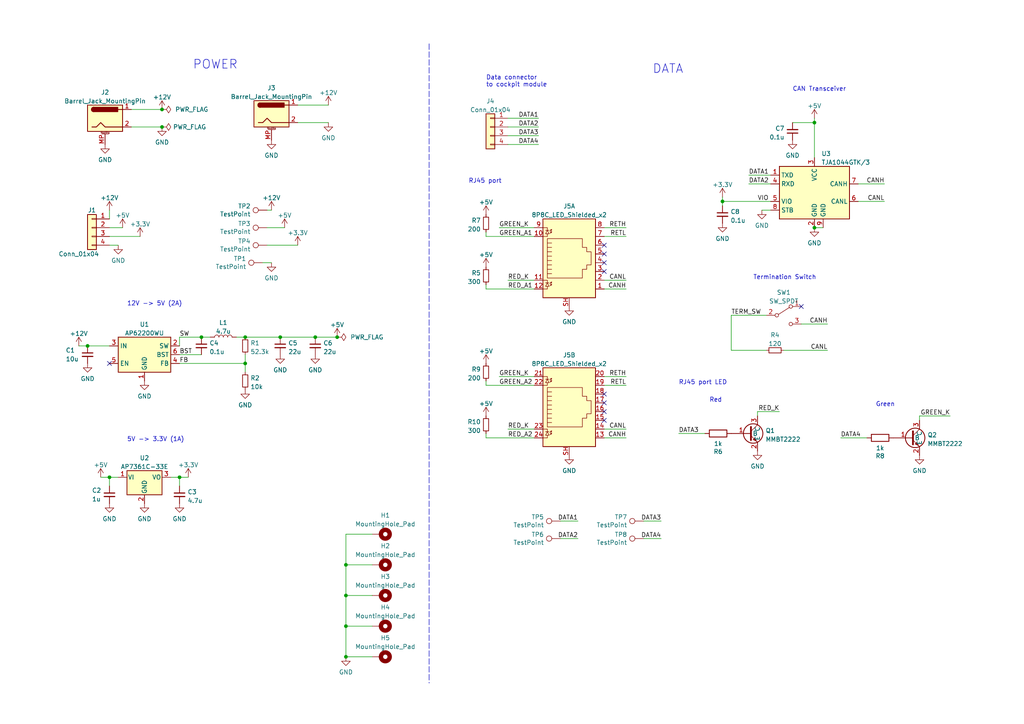
<source format=kicad_sch>
(kicad_sch (version 20211123) (generator eeschema)
  (paper "A4")
  (title_block (title "Power Board") (rev "1.0") (company "Alex's Cockpit") (comment 1 "CC BY-NC-SA"))
  (lib_symbols
    (symbol "Connector:8P8C_LED_Shielded_x2"
      (property "Reference" "J" (at -5.08 13.97 0))
      (property "Value" "8P8C_LED_Shielded_x2" (at 1.27 13.97 0))
      (symbol "8P8C_LED_Shielded_x2_0_1"
        (polyline (pts (xy -7.62 -7.62) (xy -6.35 -7.62)))
        (polyline (pts (xy -7.62 -5.08) (xy -6.35 -5.08)))
        (polyline (pts (xy -7.62 7.62) (xy -6.35 7.62)))
        (polyline (pts (xy -7.62 10.16) (xy -6.35 10.16)))
        (polyline (pts (xy -6.858 -5.842) (xy -5.842 -5.842)))
        (polyline (pts (xy -6.858 9.398) (xy -5.842 9.398)))
        (polyline (pts (xy -6.35 -7.62) (xy -6.35 -6.858)))
        (polyline (pts (xy -6.35 -5.08) (xy -6.35 -5.842)))
        (polyline (pts (xy -6.35 7.62) (xy -6.35 8.382)))
        (polyline (pts (xy -6.35 10.16) (xy -6.35 9.398)))
        (polyline (pts (xy -5.08 -6.223) (xy -5.207 -6.604)))
        (polyline (pts (xy -5.08 -5.588) (xy -5.207 -5.969)))
        (polyline (pts (xy -5.08 4.445) (xy -6.35 4.445)))
        (polyline (pts (xy -5.08 5.715) (xy -6.35 5.715)))
        (polyline (pts (xy -5.08 9.017) (xy -5.207 8.636)))
        (polyline (pts (xy -5.08 9.652) (xy -5.207 9.271)))
        (polyline (pts (xy -6.35 -3.175) (xy -5.08 -3.175) (xy -5.08 -3.175)))
        (polyline (pts (xy -6.35 -1.905) (xy -5.08 -1.905) (xy -5.08 -1.905)))
        (polyline (pts (xy -6.35 -0.635) (xy -5.08 -0.635) (xy -5.08 -0.635)))
        (polyline (pts (xy -6.35 0.635) (xy -5.08 0.635) (xy -5.08 0.635)))
        (polyline (pts (xy -6.35 1.905) (xy -5.08 1.905) (xy -5.08 1.905)))
        (polyline (pts (xy -5.588 -6.731) (xy -5.08 -6.223) (xy -5.461 -6.35)))
        (polyline (pts (xy -5.588 -6.096) (xy -5.08 -5.588) (xy -5.461 -5.715)))
        (polyline (pts (xy -5.588 8.509) (xy -5.08 9.017) (xy -5.461 8.89)))
        (polyline (pts (xy -5.588 9.144) (xy -5.08 9.652) (xy -5.461 9.525)))
        (polyline (pts (xy -5.08 3.175) (xy -6.35 3.175) (xy -6.35 3.175)))
        (polyline (pts (xy -6.35 -5.842) (xy -6.858 -6.858) (xy -5.842 -6.858) (xy -6.35 -5.842)))
        (polyline (pts (xy -6.35 9.398) (xy -6.858 8.382) (xy -5.842 8.382) (xy -6.35 9.398)))
        (polyline (pts (xy -6.35 -4.445) (xy -6.35 6.985) (xy 3.81 6.985) (xy 3.81 4.445) (xy 5.08 4.445) (xy 5.08 3.175) (xy 6.35 3.175) (xy 6.35 -0.635) (xy 5.08 -0.635) (xy 5.08 -1.905) (xy 3.81 -1.905) (xy 3.81 -4.445) (xy -6.35 -4.445) (xy -6.35 -4.445)))
        (rectangle (start 7.62 12.7) (end -7.62 -10.16) (stroke (width 0.254)) (fill (type background)))
      )
      (symbol "8P8C_LED_Shielded_x2_1_1"
        (pin passive line (at 10.16 -7.62 180) (length 2.54) (name "~") (number "1"))
        (pin passive line (at -10.16 7.62 0) (length 2.54) (name "~") (number "10"))
        (pin passive line (at -10.16 -5.08 0) (length 2.54) (name "~") (number "11"))
        (pin passive line (at -10.16 -7.62 0) (length 2.54) (name "~") (number "12"))
        (pin passive line (at 10.16 -5.08 180) (length 2.54) (name "~") (number "2"))
        (pin passive line (at 10.16 -2.54 180) (length 2.54) (name "~") (number "3"))
        (pin passive line (at 10.16 0 180) (length 2.54) (name "~") (number "4"))
        (pin passive line (at 10.16 2.54 180) (length 2.54) (name "~") (number "5"))
        (pin passive line (at 10.16 5.08 180) (length 2.54) (name "~") (number "6"))
        (pin passive line (at 10.16 7.62 180) (length 2.54) (name "~") (number "7"))
        (pin passive line (at 10.16 10.16 180) (length 2.54) (name "~") (number "8"))
        (pin passive line (at -10.16 10.16 0) (length 2.54) (name "~") (number "9"))
        (pin passive line (at 0 -12.7 90) (length 2.54) (name "~") (number "SH"))
      )
      (symbol "8P8C_LED_Shielded_x2_2_1"
        (pin passive line (at 10.16 -7.62 180) (length 2.54) (name "~") (number "13"))
        (pin passive line (at 10.16 -5.08 180) (length 2.54) (name "~") (number "14"))
        (pin passive line (at 10.16 -2.54 180) (length 2.54) (name "~") (number "15"))
        (pin passive line (at 10.16 0 180) (length 2.54) (name "~") (number "16"))
        (pin passive line (at 10.16 2.54 180) (length 2.54) (name "~") (number "17"))
        (pin passive line (at 10.16 5.08 180) (length 2.54) (name "~") (number "18"))
        (pin passive line (at 10.16 7.62 180) (length 2.54) (name "~") (number "19"))
        (pin passive line (at 10.16 10.16 180) (length 2.54) (name "~") (number "20"))
        (pin passive line (at -10.16 10.16 0) (length 2.54) (name "~") (number "21"))
        (pin passive line (at -10.16 7.62 0) (length 2.54) (name "~") (number "22"))
        (pin passive line (at -10.16 -5.08 0) (length 2.54) (name "~") (number "23"))
        (pin passive line (at -10.16 -7.62 0) (length 2.54) (name "~") (number "24"))
        (pin passive line (at 0 -12.7 90) (length 2.54) (name "~") (number "SH"))
      )
    )
    (symbol "Connector:Barrel_Jack_MountingPin" (pin_names hide)
      (property "Reference" "J" (at 0 5.334 0))
      (property "Value" "Barrel_Jack_MountingPin" (at 1.27 -6.35 0))
      (symbol "Barrel_Jack_MountingPin_0_1"
        (rectangle (start -5.08 3.81) (end 5.08 -3.81) (stroke (width 0.254)) (fill (type background)))
        (arc (start -3.302 3.175) (mid -3.937 2.54) (end -3.302 1.905) (stroke (width 0.254)))
        (arc (start -3.302 3.175) (mid -3.937 2.54) (end -3.302 1.905) (stroke (width 0.254)) (fill (type outline)))
        (polyline (pts (xy 5.08 2.54) (xy 3.81 2.54)) (stroke (width 0.254)))
        (polyline (pts (xy -3.81 -2.54) (xy -2.54 -2.54) (xy -1.27 -1.27) (xy 0 -2.54) (xy 2.54 -2.54) (xy 5.08 -2.54)) (stroke (width 0.254)))
        (rectangle (start 3.683 3.175) (end -3.302 1.905) (stroke (width 0.254)) (fill (type outline)))
      )
      (symbol "Barrel_Jack_MountingPin_1_1"
        (polyline (pts (xy -1.016 -4.572) (xy 1.016 -4.572)) (stroke (width 0.1524)))
        (text "Mounting" (at 0 -4.191 0) (effects (font (size 0.381 0.381))))
        (pin passive line (at 7.62 2.54 180) (length 2.54) (name "~") (number "1"))
        (pin passive line (at 7.62 -2.54 180) (length 2.54) (name "~") (number "2"))
        (pin passive line (at 0 -7.62 90) (length 3.048) (name "MountPin") (number "MP"))
      )
    )
    (symbol "Connector:TestPoint" (pin_numbers hide) (pin_names (offset 0.762) hide)
      (property "Reference" "TP" (at 0 6.858 0))
      (property "Value" "TestPoint" (at 0 5.08 0))
      (symbol "TestPoint_0_1"
        (circle (center 0 3.302) (radius 0.762))
      )
      (symbol "TestPoint_1_1"
        (pin passive line (at 0 0 90) (length 2.54) (name "1") (number "1"))
      )
    )
    (symbol "Connector_Generic:Conn_01x04" (pin_names (offset 1.016) hide)
      (property "Reference" "J" (at 0 5.08 0))
      (property "Value" "Conn_01x04" (at 0 -7.62 0))
      (symbol "Conn_01x04_1_1"
        (rectangle (start -1.27 -4.953) (end 0 -5.207) (stroke (width 0.1524)))
        (rectangle (start -1.27 -2.413) (end 0 -2.667) (stroke (width 0.1524)))
        (rectangle (start -1.27 0.127) (end 0 -0.127) (stroke (width 0.1524)))
        (rectangle (start -1.27 2.667) (end 0 2.413) (stroke (width 0.1524)))
        (rectangle (start -1.27 3.81) (end 1.27 -6.35) (stroke (width 0.254)) (fill (type background)))
        (pin passive line (at -5.08 2.54 0) (length 3.81) (name "Pin_1") (number "1"))
        (pin passive line (at -5.08 0 0) (length 3.81) (name "Pin_2") (number "2"))
        (pin passive line (at -5.08 -2.54 0) (length 3.81) (name "Pin_3") (number "3"))
        (pin passive line (at -5.08 -5.08 0) (length 3.81) (name "Pin_4") (number "4"))
      )
    )
    (symbol "Device:C_Small" (pin_numbers hide) (pin_names (offset 0.254) hide)
      (property "Reference" "C" (at 0.254 1.778 0))
      (property "Value" "C_Small" (at 0.254 -2.032 0))
      (symbol "C_Small_0_1"
        (polyline (pts (xy -1.524 -0.508) (xy 1.524 -0.508)) (stroke (width 0.3302)))
        (polyline (pts (xy -1.524 0.508) (xy 1.524 0.508)) (stroke (width 0.3048)))
      )
      (symbol "C_Small_1_1"
        (pin passive line (at 0 2.54 270) (length 2.032) (name "~") (number "1"))
        (pin passive line (at 0 -2.54 90) (length 2.032) (name "~") (number "2"))
      )
    )
    (symbol "Device:L" (pin_numbers hide) (pin_names (offset 1.016) hide)
      (property "Reference" "L" (at -1.27 0 90))
      (property "Value" "L" (at 1.905 0 90))
      (symbol "L_0_1"
        (arc (start 0 -2.54) (mid 0.635 -1.905) (end 0 -1.27))
        (arc (start 0 -1.27) (mid 0.635 -0.635) (end 0 0))
        (arc (start 0 0) (mid 0.635 0.635) (end 0 1.27))
        (arc (start 0 1.27) (mid 0.635 1.905) (end 0 2.54))
      )
      (symbol "L_1_1"
        (pin passive line (at 0 3.81 270) (length 1.27) (name "1") (number "1"))
        (pin passive line (at 0 -3.81 90) (length 1.27) (name "2") (number "2"))
      )
    )
    (symbol "Device:R" (pin_numbers hide) (pin_names (offset 0))
      (property "Reference" "R" (at 2.032 0 90))
      (property "Value" "R" (at 0 0 90))
      (symbol "R_0_1"
        (rectangle (start -1.016 -2.54) (end 1.016 2.54) (stroke (width 0.254)))
      )
      (symbol "R_1_1"
        (pin passive line (at 0 3.81 270) (length 1.27) (name "~") (number "1"))
        (pin passive line (at 0 -3.81 90) (length 1.27) (name "~") (number "2"))
      )
    )
    (symbol "Device:R_Small" (pin_numbers hide) (pin_names (offset 0.254) hide)
      (property "Reference" "R" (at 0.762 0.508 0))
      (property "Value" "R_Small" (at 0.762 -1.016 0))
      (symbol "R_Small_0_1"
        (rectangle (start -0.762 1.778) (end 0.762 -1.778) (stroke (width 0.2032)))
      )
      (symbol "R_Small_1_1"
        (pin passive line (at 0 2.54 270) (length 0.762) (name "~") (number "1"))
        (pin passive line (at 0 -2.54 90) (length 0.762) (name "~") (number "2"))
      )
    )
    (symbol "Mechanical:MountingHole_Pad" (pin_numbers hide) (pin_names (offset 1.016) hide)
      (property "Reference" "H" (at 0 6.35 0))
      (property "Value" "MountingHole_Pad" (at 0 4.445 0))
      (symbol "MountingHole_Pad_0_1"
        (circle (center 0 1.27) (radius 1.27) (stroke (width 1.27)))
      )
      (symbol "MountingHole_Pad_1_1"
        (pin input line (at 0 -2.54 90) (length 2.54) (name "1") (number "1"))
      )
    )
    (symbol "Regulator_Linear:AP7361C-33E" (pin_names (offset 0.254))
      (property "Reference" "U" (at -3.81 3.175 0))
      (property "Value" "AP7361C-33E" (at 0 3.175 0))
      (symbol "AP7361C-33E_0_1"
        (rectangle (start -5.08 -5.08) (end 5.08 1.905) (stroke (width 0.254)) (fill (type background)))
      )
      (symbol "AP7361C-33E_1_1"
        (pin power_in line (at -7.62 0 0) (length 2.54) (name "VI") (number "1"))
        (pin power_in line (at 0 -7.62 90) (length 2.54) (name "GND") (number "2"))
        (pin power_out line (at 7.62 0 180) (length 2.54) (name "VO") (number "3"))
      )
    )
    (symbol "Switch:SW_SPDT" (pin_names (offset 0) hide)
      (property "Reference" "SW" (at 0 4.318 0))
      (property "Value" "SW_SPDT" (at 0 -5.08 0))
      (symbol "SW_SPDT_0_0"
        (circle (center -2.032 0) (radius 0.508))
        (circle (center 2.032 -2.54) (radius 0.508))
      )
      (symbol "SW_SPDT_0_1"
        (polyline (pts (xy -1.524 0.254) (xy 1.651 2.286)))
        (circle (center 2.032 2.54) (radius 0.508))
      )
      (symbol "SW_SPDT_1_1"
        (pin passive line (at 5.08 2.54 180) (length 2.54) (name "A") (number "1"))
        (pin passive line (at -5.08 0 0) (length 2.54) (name "B") (number "2"))
        (pin passive line (at 5.08 -2.54 180) (length 2.54) (name "C") (number "3"))
      )
    )
    (symbol "cockpit_common:MMBT2222"
      (property "Reference" "Q" (at 5.08 1.27 0))
      (property "Value" "MMBT2222" (at 9.525 -1.27 0))
      (symbol "MMBT2222_0_1"
        (polyline (pts (xy 0.635 0.635) (xy 2.54 2.54)))
        (polyline (pts (xy 0.635 -0.635) (xy 2.54 -2.54) (xy 2.54 -2.54)))
        (polyline (pts (xy 0.635 1.905) (xy 0.635 -1.905) (xy 0.635 -1.905)) (stroke (width 0.508)))
        (polyline (pts (xy 1.27 -1.778) (xy 1.778 -1.27) (xy 2.286 -2.286) (xy 1.27 -1.778) (xy 1.27 -1.778)) (fill (type outline)))
        (circle (center 1.27 0) (radius 2.8194) (stroke (width 0.254)))
      )
      (symbol "MMBT2222_1_1"
        (pin input line (at -5.08 0 0) (length 5.715) (name "B") (number "1"))
        (pin passive line (at 2.54 -5.08 90) (length 2.54) (name "E") (number "2"))
        (pin passive line (at 2.54 5.08 270) (length 2.54) (name "C") (number "3"))
      )
    )
    (symbol "cockpit_common:TJA1044GTK{slash}3"
      (property "Reference" "U" (at 9.525 8.89 0))
      (property "Value" "TJA1044GTK{slash}3" (at 11.43 -8.89 0))
      (symbol "TJA1044GTK{slash}3_0_1"
        (rectangle (start -10.16 7.62) (end 10.16 -7.62) (stroke (width 0.254)) (fill (type background)))
      )
      (symbol "TJA1044GTK{slash}3_1_1"
        (pin input line (at -12.7 5.08 0) (length 2.54) (name "TXD") (number "1"))
        (pin power_in line (at 0 -10.16 90) (length 2.54) (name "GND") (number "2"))
        (pin power_in line (at 0 10.16 270) (length 2.54) (name "VCC") (number "3"))
        (pin output line (at -12.7 2.54 0) (length 2.54) (name "RXD") (number "4"))
        (pin power_in line (at -12.7 -2.54 0) (length 2.54) (name "VIO") (number "5"))
        (pin bidirectional line (at 12.7 -2.54 180) (length 2.54) (name "CANL") (number "6"))
        (pin bidirectional line (at 12.7 2.54 180) (length 2.54) (name "CANH") (number "7"))
        (pin input line (at -12.7 -5.08 0) (length 2.54) (name "STB") (number "8"))
        (pin power_in line (at 2.54 -10.16 90) (length 2.54) (name "GND") (number "9"))
      )
    )
    (symbol "cockpit_pwr:AP62200WU"
      (property "Reference" "U" (at 6.985 -6.35 0))
      (property "Value" "AP62200WU" (at 1.905 6.35 0))
      (symbol "AP62200WU_0_1"
        (rectangle (start -7.62 5.08) (end 7.62 -5.08) (stroke (width 0.254)) (fill (type background)))
      )
      (symbol "AP62200WU_1_1"
        (pin power_in line (at 0 -7.62 90) (length 2.54) (name "GND") (number "1"))
        (pin output line (at 10.16 2.54 180) (length 2.54) (name "SW") (number "2"))
        (pin power_in line (at -10.16 2.54 0) (length 2.54) (name "IN") (number "3"))
        (pin input line (at 10.16 -2.54 180) (length 2.54) (name "FB") (number "4"))
        (pin input line (at -10.16 -2.54 0) (length 2.54) (name "EN") (number "5"))
        (pin passive line (at 10.16 0 180) (length 2.54) (name "BST") (number "6"))
      )
    )
    (symbol "power:+12V" (power) (pin_names (offset 0))
      (property "Value" "+12V" (at 0 3.556 0))
      (symbol "+12V_0_1"
        (polyline (pts (xy -0.762 1.27) (xy 0 2.54)))
        (polyline (pts (xy 0 0) (xy 0 2.54)))
        (polyline (pts (xy 0 2.54) (xy 0.762 1.27)))
      )
      (symbol "+12V_1_1"
        (pin power_in line (at 0 0 90) (length 0) hide (name "+12V") (number "1"))
      )
    )
    (symbol "power:+3.3V" (power) (pin_names (offset 0))
      (property "Value" "+3.3V" (at 0 3.556 0))
      (symbol "+3.3V_0_1"
        (polyline (pts (xy -0.762 1.27) (xy 0 2.54)))
        (polyline (pts (xy 0 0) (xy 0 2.54)))
        (polyline (pts (xy 0 2.54) (xy 0.762 1.27)))
      )
      (symbol "+3.3V_1_1"
        (pin power_in line (at 0 0 90) (length 0) hide (name "+3.3V") (number "1"))
      )
    )
    (symbol "power:+5V" (power) (pin_names (offset 0))
      (property "Value" "+5V" (at 0 3.556 0))
      (symbol "+5V_0_1"
        (polyline (pts (xy -0.762 1.27) (xy 0 2.54)))
        (polyline (pts (xy 0 0) (xy 0 2.54)))
        (polyline (pts (xy 0 2.54) (xy 0.762 1.27)))
      )
      (symbol "+5V_1_1"
        (pin power_in line (at 0 0 90) (length 0) hide (name "+5V") (number "1"))
      )
    )
    (symbol "power:GND" (power) (pin_names (offset 0))
      (property "Value" "GND" (at 0 -3.81 0))
      (symbol "GND_0_1"
        (polyline (pts (xy 0 0) (xy 0 -1.27) (xy 1.27 -1.27) (xy 0 -2.54) (xy -1.27 -1.27) (xy 0 -1.27)))
      )
      (symbol "GND_1_1"
        (pin power_in line (at 0 0 270) (length 0) hide (name "GND") (number "1"))
      )
    )
    (symbol "power:PWR_FLAG" (power) (pin_numbers hide) (pin_names (offset 0) hide)
      (property "Value" "PWR_FLAG" (at 0 3.81 0))
      (symbol "PWR_FLAG_0_0"
        (pin power_out line (at 0 0 90) (length 0) (name "pwr") (number "1"))
      )
      (symbol "PWR_FLAG_0_1"
        (polyline (pts (xy 0 0) (xy 0 1.27) (xy -1.016 1.905) (xy 0 2.54) (xy 1.016 1.905) (xy 0 1.27)))
      )
    )
  )
  (junction (at 46.99 31.75))
  (junction (at 31.75 138.43))
  (junction (at 71.12 105.41))
  (junction (at 236.22 35.56))
  (junction (at 46.99 36.83))
  (junction (at 52.07 138.43))
  (junction (at 100.33 172.72))
  (junction (at 236.22 66.04))
  (junction (at 58.42 97.79))
  (junction (at 25.4 100.33))
  (junction (at 91.44 97.79))
  (junction (at 71.12 97.79))
  (junction (at 97.79 97.79))
  (junction (at 100.33 181.61))
  (junction (at 81.28 97.79))
  (junction (at 100.33 163.83))
  (junction (at 209.55 58.42))
  (junction (at 100.33 190.5))
  (no_connect (at 175.26 73.66))
  (no_connect (at 175.26 76.2))
  (no_connect (at 175.26 119.38))
  (no_connect (at 175.26 116.84))
  (no_connect (at 175.26 71.12))
  (no_connect (at 175.26 78.74))
  (no_connect (at 232.41 88.9))
  (no_connect (at 31.75 105.41))
  (no_connect (at 175.26 114.3))
  (no_connect (at 175.26 121.92))
  (wire (pts (xy 31.75 68.58) (xy 40.64 68.58)))
  (wire (pts (xy 140.97 83.82) (xy 154.94 83.82)))
  (wire (pts (xy 140.97 67.31) (xy 140.97 68.58)))
  (wire (pts (xy 223.52 58.42) (xy 209.55 58.42)))
  (wire (pts (xy 243.84 127) (xy 251.46 127)))
  (wire (pts (xy 140.97 110.49) (xy 140.97 111.76)))
  (wire (pts (xy 147.32 124.46) (xy 154.94 124.46)))
  (wire (pts (xy 140.97 127) (xy 154.94 127)))
  (wire (pts (xy 217.17 50.8) (xy 223.52 50.8)))
  (wire (pts (xy 229.87 35.56) (xy 236.22 35.56)))
  (wire (pts (xy 212.09 101.6) (xy 222.25 101.6)))
  (wire (pts (xy 71.12 105.41) (xy 71.12 107.95)))
  (wire (pts (xy 175.26 83.82) (xy 181.61 83.82)))
  (wire (pts (xy 52.07 102.87) (xy 58.42 102.87)))
  (wire (pts (xy 236.22 35.56) (xy 236.22 45.72)))
  (wire (pts (xy 175.26 68.58) (xy 181.61 68.58)))
  (wire (pts (xy 52.07 97.79) (xy 58.42 97.79)))
  (wire (pts (xy 175.26 81.28) (xy 181.61 81.28)))
  (wire (pts (xy 140.97 68.58) (xy 154.94 68.58)))
  (wire (pts (xy 22.86 100.33) (xy 25.4 100.33)))
  (wire (pts (xy 175.26 111.76) (xy 181.61 111.76)))
  (wire (pts (xy 147.32 39.37) (xy 156.21 39.37)))
  (wire (pts (xy 236.22 34.29) (xy 236.22 35.56)))
  (wire (pts (xy 29.21 138.43) (xy 31.75 138.43)))
  (wire (pts (xy 95.25 35.56) (xy 86.36 35.56)))
  (wire (pts (xy 175.26 109.22) (xy 181.61 109.22)))
  (wire (pts (xy 100.33 190.5) (xy 107.95 190.5)))
  (wire (pts (xy 91.44 97.79) (xy 97.79 97.79)))
  (wire (pts (xy 209.55 57.15) (xy 209.55 58.42)))
  (wire (pts (xy 46.99 36.83) (xy 38.1 36.83)))
  (wire (pts (xy 248.92 53.34) (xy 256.54 53.34)))
  (wire (pts (xy 162.56 151.13) (xy 167.64 151.13)))
  (wire (pts (xy 186.69 156.21) (xy 191.77 156.21)))
  (wire (pts (xy 86.36 30.48) (xy 95.25 30.48)))
  (wire (pts (xy 107.95 154.94) (xy 100.33 154.94)))
  (wire (pts (xy 52.07 105.41) (xy 71.12 105.41)))
  (wire (pts (xy 81.28 97.79) (xy 91.44 97.79)))
  (wire (pts (xy 232.41 93.98) (xy 240.03 93.98)))
  (wire (pts (xy 140.97 125.73) (xy 140.97 127)))
  (wire (pts (xy 220.98 60.96) (xy 223.52 60.96)))
  (wire (pts (xy 196.85 125.73) (xy 204.47 125.73)))
  (wire (pts (xy 38.1 31.75) (xy 46.99 31.75)))
  (wire (pts (xy 100.33 172.72) (xy 107.95 172.72)))
  (wire (pts (xy 209.55 58.42) (xy 209.55 59.69)))
  (wire (pts (xy 162.56 156.21) (xy 167.64 156.21)))
  (wire (pts (xy 100.33 154.94) (xy 100.33 163.83)))
  (wire (pts (xy 77.47 60.96) (xy 78.74 60.96)))
  (wire (pts (xy 140.97 111.76) (xy 154.94 111.76)))
  (wire (pts (xy 219.71 119.38) (xy 219.71 120.65)))
  (wire (pts (xy 77.47 66.04) (xy 82.55 66.04)))
  (wire (pts (xy 100.33 181.61) (xy 107.95 181.61)))
  (wire (pts (xy 58.42 97.79) (xy 60.96 97.79)))
  (wire (pts (xy 49.53 138.43) (xy 52.07 138.43)))
  (wire (pts (xy 52.07 100.33) (xy 52.07 97.79)))
  (wire (pts (xy 100.33 172.72) (xy 100.33 181.61)))
  (wire (pts (xy 68.58 97.79) (xy 71.12 97.79)))
  (wire (pts (xy 266.7 120.65) (xy 266.7 121.92)))
  (wire (pts (xy 212.09 91.44) (xy 212.09 101.6)))
  (wire (pts (xy 147.32 81.28) (xy 154.94 81.28)))
  (wire (pts (xy 100.33 181.61) (xy 100.33 190.5)))
  (wire (pts (xy 227.33 101.6) (xy 240.03 101.6)))
  (wire (pts (xy 52.07 140.97) (xy 52.07 138.43)))
  (wire (pts (xy 52.07 138.43) (xy 54.61 138.43)))
  (wire (pts (xy 100.33 163.83) (xy 107.95 163.83)))
  (wire (pts (xy 31.75 71.12) (xy 34.29 71.12)))
  (wire (pts (xy 25.4 100.33) (xy 31.75 100.33)))
  (wire (pts (xy 144.78 66.04) (xy 154.94 66.04)))
  (wire (pts (xy 219.71 119.38) (xy 226.06 119.38)))
  (wire (pts (xy 266.7 120.65) (xy 275.59 120.65)))
  (wire (pts (xy 144.78 109.22) (xy 154.94 109.22)))
  (wire (pts (xy 236.22 66.04) (xy 238.76 66.04)))
  (wire (pts (xy 140.97 82.55) (xy 140.97 83.82)))
  (wire (pts (xy 147.32 34.29) (xy 156.21 34.29)))
  (wire (pts (xy 175.26 127) (xy 181.61 127)))
  (wire (pts (xy 76.2 76.2) (xy 78.74 76.2)))
  (wire (pts (xy 217.17 53.34) (xy 223.52 53.34)))
  (wire (pts (xy 222.25 91.44) (xy 212.09 91.44)))
  (wire (pts (xy 175.26 124.46) (xy 181.61 124.46)))
  (wire (pts (xy 31.75 66.04) (xy 35.56 66.04)))
  (wire (pts (xy 147.32 36.83) (xy 156.21 36.83)))
  (wire (pts (xy 31.75 140.97) (xy 31.75 138.43)))
  (wire (pts (xy 147.32 41.91) (xy 156.21 41.91)))
  (wire (pts (xy 175.26 66.04) (xy 181.61 66.04)))
  (wire (pts (xy 31.75 138.43) (xy 34.29 138.43)))
  (wire (pts (xy 31.75 60.96) (xy 31.75 63.5)))
  (wire (pts (xy 77.47 71.12) (xy 86.36 71.12)))
  (wire (pts (xy 100.33 163.83) (xy 100.33 172.72)))
  (wire (pts (xy 71.12 97.79) (xy 81.28 97.79)))
  (wire (pts (xy 186.69 151.13) (xy 191.77 151.13)))
  (wire (pts (xy 248.92 58.42) (xy 256.54 58.42)))
  (polyline (pts (xy 124.46 12.7) (xy 124.46 198.12)))
  (wire (pts (xy 71.12 102.87) (xy 71.12 105.41)))
  (text "RJ45 port" (at 135.89 53.34 0) (effects (font (size 1.27 1.27)) (justify left bottom)))
  (text "CAN Transceiver" (at 229.87 26.67 0) (effects (font (size 1.27 1.27)) (justify left bottom)))
  (text "POWER" (at 55.88 20.32 0) (effects (font (size 2.54 2.54)) (justify left bottom)))
  (text "Data connector\nto cockpit module" (at 140.97 25.4 0) (effects (font (size 1.27 1.27)) (justify left bottom)))
  (text "DATA" (at 189.23 21.59 0) (effects (font (size 2.54 2.54)) (justify left bottom)))
  (text "5V -> 3.3V (1A)" (at 36.83 128.27 0) (effects (font (size 1.27 1.27)) (justify left bottom)))
  (text "RJ45 port LED" (at 196.85 111.76 0) (effects (font (size 1.27 1.27)) (justify left bottom)))
  (text "12V -> 5V (2A)" (at 36.83 88.9 0) (effects (font (size 1.27 1.27)) (justify left bottom)))
  (text "Green" (at 254 118.11 0) (effects (font (size 1.27 1.27)) (justify left bottom)))
  (text "Red" (at 205.74 116.84 0) (effects (font (size 1.27 1.27)) (justify left bottom)))
  (text "Termination Switch" (at 218.44 81.28 0) (effects (font (size 1.27 1.27)) (justify left bottom)))
  (label "CANH" (at 181.61 127 180))
  (label "DATA3" (at 156.21 39.37 180))
  (label "DATA2" (at 217.17 53.34 0))
  (label "DATA2" (at 156.21 36.83 180))
  (label "GREEN_K" (at 275.59 120.65 180))
  (label "RED_A1" (at 147.32 83.82 0))
  (label "RED_A2" (at 147.32 127 0))
  (label "RETL" (at 181.61 111.76 180))
  (label "DATA1" (at 156.21 34.29 180))
  (label "BST" (at 52.07 102.87 0))
  (label "CANH" (at 240.03 93.98 180))
  (label "DATA3" (at 196.85 125.73 0))
  (label "GREEN_K" (at 144.78 109.22 0))
  (label "CANL" (at 181.61 124.46 180))
  (label "RETH" (at 181.61 109.22 180))
  (label "CANH" (at 181.61 83.82 180))
  (label "DATA4" (at 191.77 156.21 180))
  (label "GREEN_A1" (at 144.78 68.58 0))
  (label "DATA1" (at 167.64 151.13 180))
  (label "CANL" (at 256.54 58.42 180))
  (label "SW" (at 52.07 97.79 0))
  (label "TERM_SW" (at 212.09 91.44 0))
  (label "DATA1" (at 217.17 50.8 0))
  (label "CANL" (at 181.61 81.28 180))
  (label "CANH" (at 256.54 53.34 180))
  (label "FB" (at 52.07 105.41 0))
  (label "RETL" (at 181.61 68.58 180))
  (label "DATA3" (at 191.77 151.13 180))
  (label "CANL" (at 240.03 101.6 180))
  (label "RED_K" (at 147.32 124.46 0))
  (label "DATA4" (at 243.84 127 0))
  (label "RED_K" (at 147.32 81.28 0))
  (label "GREEN_A2" (at 144.78 111.76 0))
  (label "VIO" (at 219.71 58.42 0))
  (label "RED_K" (at 226.06 119.38 180))
  (label "GREEN_K" (at 144.78 66.04 0))
  (label "DATA4" (at 156.21 41.91 180))
  (label "RETH" (at 181.61 66.04 180))
  (label "DATA2" (at 167.64 156.21 180))
  (symbol (lib_id "power:+12V") (at 31.75 60.96 0) (unit 1)
    (property "Reference" "#PWR05" (effects hide))
    (property "Value" "+12V" (at 31.75 57.3842 0))
  )
  (symbol (lib_id "Device:R_Small") (at 140.97 107.95 0) (mirror x) (unit 1)
    (property "Reference" "R9" (at 139.4714 107.1153 0) (effects (justify right)))
    (property "Value" "200" (at 139.4714 109.6522 0) (effects (justify right)))
    (property "Footprint" "Resistor_SMD:R_0805_2012Metric" (effects hide))
  )
  (symbol (lib_id "power:+5V") (at 140.97 105.41 0) (unit 1)
    (property "Reference" "#PWR0102" (effects hide))
    (property "Value" "+5V" (at 140.97 101.8342 0))
  )
  (symbol (lib_id "power:+12V") (at 78.74 60.96 0) (unit 1)
    (property "Reference" "#PWR033" (effects hide))
    (property "Value" "+12V" (at 78.74 57.3842 0))
  )
  (symbol (lib_id "Connector:TestPoint") (at 76.2 76.2 90) (mirror x) (unit 1)
    (property "Reference" "TP1" (at 71.4248 75.0316 90) (effects (justify left)))
    (property "Value" "TestPoint" (at 71.4248 77.343 90) (effects (justify left)))
    (property "Footprint" "TestPoint:TestPoint_THTPad_D1.5mm_Drill0.7mm" (effects hide))
  )
  (symbol (lib_id "power:+12V") (at 95.25 30.48 0) (unit 1)
    (property "Reference" "#PWR020" (effects hide))
    (property "Value" "+12V" (at 95.25 26.9042 0))
  )
  (symbol (lib_id "Connector:TestPoint") (at 162.56 156.21 90) (mirror x) (unit 1)
    (property "Reference" "TP6" (at 157.7848 155.0416 90) (effects (justify left)))
    (property "Value" "TestPoint" (at 157.7848 157.353 90) (effects (justify left)))
    (property "Footprint" "TestPoint:TestPoint_THTPad_D1.5mm_Drill0.7mm" (effects hide))
  )
  (symbol (lib_id "Connector_Generic:Conn_01x04") (at 26.67 66.04 0) (mirror y) (unit 1)
    (property "Reference" "J1" (at 26.67 60.96 0))
    (property "Value" "Conn_01x04" (at 22.86 73.66 0))
    (property "Footprint" "Connector_JST:JST_XH_S4B-XH-A-1_1x04_P2.50mm_Horizontal" (effects hide))
  )
  (symbol (lib_id "power:+5V") (at 236.22 34.29 0) (unit 1)
    (property "Reference" "#PWR037" (effects hide))
    (property "Value" "+5V" (at 236.22 30.7142 0))
  )
  (symbol (lib_id "Connector:TestPoint") (at 162.56 151.13 90) (mirror x) (unit 1)
    (property "Reference" "TP5" (at 157.7848 149.9616 90) (effects (justify left)))
    (property "Value" "TestPoint" (at 157.7848 152.273 90) (effects (justify left)))
    (property "Footprint" "TestPoint:TestPoint_THTPad_D1.5mm_Drill0.7mm" (effects hide))
  )
  (symbol (lib_id "Mechanical:MountingHole_Pad") (at 110.49 190.5 270) (mirror x) (unit 1)
    (property "Reference" "H5" (at 111.76 185.0222 90))
    (property "Value" "MountingHole_Pad" (at 111.76 187.5591 90))
    (property "Footprint" "MountingHole:MountingHole_2.2mm_M2_ISO7380_Pad" (effects hide))
  )
  (symbol (lib_id "Device:C_Small") (at 91.44 100.33 0) (unit 1)
    (property "Reference" "C6" (at 93.7641 99.5016 0) (effects (justify left)))
    (property "Value" "22u" (at 93.7641 102.0385 0) (effects (justify left)))
    (property "Footprint" "Capacitor_SMD:C_1210_3225Metric" (effects hide))
  )
  (symbol (lib_id "Device:C_Small") (at 229.87 38.1 0) (mirror x) (unit 1)
    (property "Reference" "C7" (at 227.546 37.2589 0) (effects (justify right)))
    (property "Value" "0.1u" (at 227.546 39.7958 0) (effects (justify right)))
    (property "Footprint" "Capacitor_SMD:C_0805_2012Metric" (effects hide))
  )
  (symbol (lib_id "cockpit_common:MMBT2222") (at 264.16 127 0) (unit 1)
    (property "Reference" "Q2" (at 269.0114 126.1653 0) (effects (justify left)))
    (property "Value" "MMBT2222" (at 269.0114 128.7022 0) (effects (justify left)))
    (property "Footprint" "Package_TO_SOT_SMD:SOT-23" (effects hide))
    (property "Datasheet" "https://www.onsemi.com/pub/Collateral/MMBT2222LT1-D.PDF" (effects hide))
  )
  (symbol (lib_id "power:GND") (at 34.29 71.12 0) (unit 1)
    (property "Reference" "#PWR07" (effects hide))
    (property "Value" "GND" (at 34.29 75.5634 0))
  )
  (symbol (lib_id "power:+3.3V") (at 86.36 71.12 0) (unit 1)
    (property "Reference" "#PWR036" (effects hide))
    (property "Value" "+3.3V" (at 86.36 67.5442 0))
  )
  (symbol (lib_id "Device:R_Small") (at 140.97 64.77 0) (mirror x) (unit 1)
    (property "Reference" "R7" (at 139.4714 63.9353 0) (effects (justify right)))
    (property "Value" "200" (at 139.4714 66.4722 0) (effects (justify right)))
    (property "Footprint" "Resistor_SMD:R_0805_2012Metric" (effects hide))
  )
  (symbol (lib_id "Connector:TestPoint") (at 186.69 151.13 90) (mirror x) (unit 1)
    (property "Reference" "TP7" (at 181.9148 149.9616 90) (effects (justify left)))
    (property "Value" "TestPoint" (at 181.9148 152.273 90) (effects (justify left)))
    (property "Footprint" "TestPoint:TestPoint_THTPad_D1.5mm_Drill0.7mm" (effects hide))
  )
  (symbol (lib_id "power:GND") (at 165.1 132.08 0) (unit 1)
    (property "Reference" "#PWR030" (effects hide))
    (property "Value" "GND" (at 165.1 136.5234 0))
  )
  (symbol (lib_id "power:GND") (at 236.22 66.04 0) (unit 1)
    (property "Reference" "#PWR027" (effects hide))
    (property "Value" "GND" (at 236.22 70.4834 0))
  )
  (symbol (lib_id "cockpit_pwr:AP62200WU") (at 41.91 102.87 0) (unit 1)
    (property "Reference" "U1" (at 41.91 94.0902 0))
    (property "Value" "AP62200WU" (at 41.91 96.6271 0))
    (property "Footprint" "Package_TO_SOT_SMD:TSOT-23-6" (effects hide))
    (property "Datasheet" "https://www.diodes.com/assets/Datasheets/AP62200_AP62201_AP62200T.pdf" (effects hide))
  )
  (symbol (lib_id "Device:C_Small") (at 81.28 100.33 0) (unit 1)
    (property "Reference" "C5" (at 83.6041 99.5016 0) (effects (justify left)))
    (property "Value" "22u" (at 83.6041 102.0385 0) (effects (justify left)))
    (property "Footprint" "Capacitor_SMD:C_1210_3225Metric" (effects hide))
  )
  (symbol (lib_id "Device:R_Small") (at 71.12 100.33 0) (unit 1)
    (property "Reference" "R1" (at 72.6186 99.4953 0) (effects (justify left)))
    (property "Value" "52.3k" (at 72.6186 102.0322 0) (effects (justify left)))
    (property "Footprint" "Resistor_SMD:R_0805_2012Metric" (effects hide))
  )
  (symbol (lib_id "power:GND") (at 219.71 130.81 0) (unit 1)
    (property "Reference" "#PWR029" (effects hide))
    (property "Value" "GND" (at 219.71 135.2534 0))
  )
  (symbol (lib_id "power:PWR_FLAG") (at 97.79 97.79 270) (unit 1)
    (property "Reference" "#FLG03" (effects hide))
    (property "Value" "PWR_FLAG" (at 101.6 97.7899 90) (effects (justify left)))
  )
  (symbol (lib_id "Mechanical:MountingHole_Pad") (at 110.49 163.83 270) (mirror x) (unit 1)
    (property "Reference" "H2" (at 111.76 158.3522 90))
    (property "Value" "MountingHole_Pad" (at 111.76 160.8891 90))
    (property "Footprint" "MountingHole:MountingHole_2.2mm_M2_ISO7380_Pad" (effects hide))
  )
  (symbol (lib_id "Device:R") (at 208.28 125.73 90) (unit 1)
    (property "Reference" "R6" (at 208.28 130.9878 90))
    (property "Value" "1k" (at 208.28 128.6764 90))
    (property "Footprint" "Resistor_SMD:R_0805_2012Metric" (effects hide))
    (property " mouser#" "603-RC0805FR-071KL" (effects hide))
  )
  (symbol (lib_id "Mechanical:MountingHole_Pad") (at 110.49 181.61 270) (mirror x) (unit 1)
    (property "Reference" "H4" (at 111.76 176.1322 90))
    (property "Value" "MountingHole_Pad" (at 111.76 178.6691 90))
    (property "Footprint" "MountingHole:MountingHole_2.2mm_M2_ISO7380_Pad" (effects hide))
  )
  (symbol (lib_id "power:GND") (at 41.91 146.05 0) (unit 1)
    (property "Reference" "#PWR011" (effects hide))
    (property "Value" "GND" (at 41.91 150.4934 0))
  )
  (symbol (lib_id "Connector:TestPoint") (at 77.47 66.04 90) (mirror x) (unit 1)
    (property "Reference" "TP3" (at 72.6948 64.8716 90) (effects (justify left)))
    (property "Value" "TestPoint" (at 72.6948 67.183 90) (effects (justify left)))
    (property "Footprint" "TestPoint:TestPoint_THTPad_D1.5mm_Drill0.7mm" (effects hide))
  )
  (symbol (lib_id "Device:C_Small") (at 58.42 100.33 0) (unit 1)
    (property "Reference" "C4" (at 60.7441 99.5016 0) (effects (justify left)))
    (property "Value" "0.1u" (at 60.7441 102.0385 0) (effects (justify left)))
    (property "Footprint" "Capacitor_SMD:C_0805_2012Metric" (effects hide))
  )
  (symbol (lib_id "power:GND") (at 71.12 113.03 0) (unit 1)
    (property "Reference" "#PWR016" (effects hide))
    (property "Value" "GND" (at 71.12 117.4734 0))
  )
  (symbol (lib_id "power:GND") (at 95.25 35.56 0) (unit 1)
    (property "Reference" "#PWR021" (effects hide))
    (property "Value" "GND" (at 95.25 40.0034 0))
  )
  (symbol (lib_id "Mechanical:MountingHole_Pad") (at 110.49 172.72 270) (mirror x) (unit 1)
    (property "Reference" "H3" (at 111.76 167.2422 90))
    (property "Value" "MountingHole_Pad" (at 111.76 169.7791 90))
    (property "Footprint" "MountingHole:MountingHole_2.2mm_M2_ISO7380_Pad" (effects hide))
  )
  (symbol (lib_id "Connector:Barrel_Jack_MountingPin") (at 78.74 33.02 0) (unit 1)
    (property "Reference" "J3" (at 78.74 25.5102 0))
    (property "Value" "Barrel_Jack_MountingPin" (at 78.74 28.0471 0))
    (property "Footprint" "Connector_BarrelJack:BarrelJack_Horizontal" (effects hide))
  )
  (symbol (lib_id "Device:R_Small") (at 224.79 101.6 270) (unit 1)
    (property "Reference" "R4" (at 224.79 97.1636 90))
    (property "Value" "120" (at 224.79 99.7005 90))
    (property "Footprint" "Resistor_SMD:R_0805_2012Metric" (effects hide))
  )
  (symbol (lib_id "power:+3.3V") (at 54.61 138.43 0) (unit 1)
    (property "Reference" "#PWR015" (effects hide))
    (property "Value" "+3.3V" (at 54.61 134.8542 0))
  )
  (symbol (lib_id "power:GND") (at 100.33 190.5 0) (unit 1)
    (property "Reference" "#PWR0104" (effects hide))
    (property "Value" "GND" (at 100.33 194.9434 0))
  )
  (symbol (lib_id "power:GND") (at 41.91 110.49 0) (unit 1)
    (property "Reference" "#PWR010" (effects hide))
    (property "Value" "GND" (at 41.91 114.9334 0))
  )
  (symbol (lib_id "cockpit_common:TJA1044GTK{slash}3") (at 236.22 55.88 0) (unit 1)
    (property "Reference" "U3" (at 238.2394 44.5602 0) (effects (justify left)))
    (property "Value" "TJA1044GTK/3" (at 238.2394 47.0971 0) (effects (justify left)))
    (property "Footprint" "Package_DFN_QFN:DFN-8-1EP_3x3mm_P0.65mm_EP1.55x2.4mm" (effects hide))
    (property "Datasheet" "https://www.nxp.com/docs/en/data-sheet/TJA1044.pdf" (effects hide))
  )
  (symbol (lib_id "power:+3.3V") (at 209.55 57.15 0) (unit 1)
    (property "Reference" "#PWR026" (effects hide))
    (property "Value" "+3.3V" (at 209.55 53.5742 0))
  )
  (symbol (lib_id "power:+5V") (at 140.97 62.23 0) (unit 1)
    (property "Reference" "#PWR0101" (effects hide))
    (property "Value" "+5V" (at 140.97 58.6542 0))
  )
  (symbol (lib_id "power:PWR_FLAG") (at 46.99 36.83 270) (unit 1)
    (property "Reference" "#FLG02" (effects hide))
    (property "Value" "PWR_FLAG" (at 50.165 36.8299 90) (effects (justify left)))
  )
  (symbol (lib_id "Device:R") (at 255.27 127 90) (unit 1)
    (property "Reference" "R8" (at 255.27 132.2578 90))
    (property "Value" "1k" (at 255.27 129.9464 90))
    (property "Footprint" "Resistor_SMD:R_0805_2012Metric" (effects hide))
    (property " mouser#" "603-RC0805FR-071KL" (effects hide))
  )
  (symbol (lib_id "Connector:Barrel_Jack_MountingPin") (at 30.48 34.29 0) (unit 1)
    (property "Reference" "J2" (at 30.48 26.7802 0))
    (property "Value" "Barrel_Jack_MountingPin" (at 30.48 29.3171 0))
    (property "Footprint" "Connector_BarrelJack:BarrelJack_Horizontal" (effects hide))
  )
  (symbol (lib_id "Connector:TestPoint") (at 186.69 156.21 90) (mirror x) (unit 1)
    (property "Reference" "TP8" (at 181.9148 155.0416 90) (effects (justify left)))
    (property "Value" "TestPoint" (at 181.9148 157.353 90) (effects (justify left)))
    (property "Footprint" "TestPoint:TestPoint_THTPad_D1.5mm_Drill0.7mm" (effects hide))
  )
  (symbol (lib_id "Device:R_Small") (at 140.97 123.19 0) (mirror x) (unit 1)
    (property "Reference" "R10" (at 139.4714 122.3553 0) (effects (justify right)))
    (property "Value" "300" (at 139.4714 124.8922 0) (effects (justify right)))
    (property "Footprint" "Resistor_SMD:R_0805_2012Metric" (effects hide))
  )
  (symbol (lib_id "power:+12V") (at 46.99 31.75 0) (unit 1)
    (property "Reference" "#PWR012" (effects hide))
    (property "Value" "+12V" (at 46.99 28.1742 0))
  )
  (symbol (lib_id "power:GND") (at 25.4 105.41 0) (unit 1)
    (property "Reference" "#PWR02" (effects hide))
    (property "Value" "GND" (at 25.4 109.8534 0))
  )
  (symbol (lib_id "power:+5V") (at 82.55 66.04 0) (unit 1)
    (property "Reference" "#PWR035" (effects hide))
    (property "Value" "+5V" (at 82.55 62.4642 0))
  )
  (symbol (lib_id "power:PWR_FLAG") (at 46.99 31.75 270) (unit 1)
    (property "Reference" "#FLG01" (effects hide))
    (property "Value" "PWR_FLAG" (at 50.8 31.7499 90) (effects (justify left)))
  )
  (symbol (lib_id "power:+5V") (at 29.21 138.43 0) (unit 1)
    (property "Reference" "#PWR03" (effects hide))
    (property "Value" "+5V" (at 29.21 134.8542 0))
  )
  (symbol (lib_id "Connector:8P8C_LED_Shielded_x2") (at 165.1 76.2 0) (unit 1)
    (property "Reference" "J5" (at 165.1 59.8002 0))
    (property "Value" "8P8C_LED_Shielded_x2" (at 165.1 62.3371 0))
    (property "Footprint" "Connector_RJ:RJ45_Amphenol_RJHSE538X-02" (effects hide))
  )
  (symbol (lib_id "Connector_Generic:Conn_01x04") (at 142.24 36.83 0) (mirror y) (unit 1)
    (property "Reference" "J4" (at 142.24 29.3202 0))
    (property "Value" "Conn_01x04" (at 142.24 31.8571 0))
    (property "Footprint" "Connector_JST:JST_PH_B4B-PH-K_1x04_P2.00mm_Vertical" (effects hide))
  )
  (symbol (lib_id "power:GND") (at 266.7 132.08 0) (unit 1)
    (property "Reference" "#PWR032" (effects hide))
    (property "Value" "GND" (at 266.7 136.5234 0))
  )
  (symbol (lib_id "Device:C_Small") (at 52.07 143.51 0) (unit 1)
    (property "Reference" "C3" (at 54.3941 142.6816 0) (effects (justify left)))
    (property "Value" "4.7u" (at 54.3941 145.2185 0) (effects (justify left)))
    (property "Footprint" "Capacitor_SMD:C_0805_2012Metric" (effects hide))
  )
  (symbol (lib_id "power:GND") (at 81.28 102.87 0) (unit 1)
    (property "Reference" "#PWR018" (effects hide))
    (property "Value" "GND" (at 81.28 107.3134 0))
  )
  (symbol (lib_id "Device:R_Small") (at 71.12 110.49 0) (unit 1)
    (property "Reference" "R2" (at 72.6186 109.6553 0) (effects (justify left)))
    (property "Value" "10k" (at 72.6186 112.1922 0) (effects (justify left)))
    (property "Footprint" "Resistor_SMD:R_0805_2012Metric" (effects hide))
  )
  (symbol (lib_id "power:+5V") (at 140.97 77.47 0) (unit 1)
    (property "Reference" "#PWR024" (effects hide))
    (property "Value" "+5V" (at 140.97 73.8942 0))
  )
  (symbol (lib_id "power:GND") (at 220.98 60.96 0) (unit 1)
    (property "Reference" "#PWR031" (effects hide))
    (property "Value" "GND" (at 220.98 65.4034 0))
  )
  (symbol (lib_id "Connector:TestPoint") (at 77.47 71.12 90) (mirror x) (unit 1)
    (property "Reference" "TP4" (at 72.6948 69.9516 90) (effects (justify left)))
    (property "Value" "TestPoint" (at 72.6948 72.263 90) (effects (justify left)))
    (property "Footprint" "TestPoint:TestPoint_THTPad_D1.5mm_Drill0.7mm" (effects hide))
  )
  (symbol (lib_id "power:GND") (at 165.1 88.9 0) (unit 1)
    (property "Reference" "#PWR023" (effects hide))
    (property "Value" "GND" (at 165.1 93.3434 0))
  )
  (symbol (lib_id "power:GND") (at 46.99 36.83 0) (unit 1)
    (property "Reference" "#PWR013" (effects hide))
    (property "Value" "GND" (at 46.99 41.2734 0))
  )
  (symbol (lib_id "Device:C_Small") (at 25.4 102.87 0) (unit 1)
    (property "Reference" "C1" (at 19.05 101.6031 0) (effects (justify left)))
    (property "Value" "10u" (at 19.05 104.14 0) (effects (justify left)))
    (property "Footprint" "Capacitor_SMD:C_0805_2012Metric" (effects hide))
  )
  (symbol (lib_id "Device:C_Small") (at 31.75 143.51 0) (unit 1)
    (property "Reference" "C2" (at 26.67 142.24 0) (effects (justify left)))
    (property "Value" "1u" (at 26.67 144.7769 0) (effects (justify left)))
    (property "Footprint" "Capacitor_SMD:C_0805_2012Metric" (effects hide))
  )
  (symbol (lib_id "Device:R_Small") (at 140.97 80.01 0) (mirror x) (unit 1)
    (property "Reference" "R5" (at 139.4714 79.1753 0) (effects (justify right)))
    (property "Value" "300" (at 139.4714 81.7122 0) (effects (justify right)))
    (property "Footprint" "Resistor_SMD:R_0805_2012Metric" (effects hide))
  )
  (symbol (lib_id "power:+5V") (at 97.79 97.79 0) (unit 1)
    (property "Reference" "#PWR022" (effects hide))
    (property "Value" "+5V" (at 97.79 94.2142 0))
  )
  (symbol (lib_id "Connector:TestPoint") (at 77.47 60.96 90) (mirror x) (unit 1)
    (property "Reference" "TP2" (at 72.6948 59.7916 90) (effects (justify left)))
    (property "Value" "TestPoint" (at 72.6948 62.103 90) (effects (justify left)))
    (property "Footprint" "TestPoint:TestPoint_THTPad_D1.5mm_Drill0.7mm" (effects hide))
  )
  (symbol (lib_id "Device:L") (at 64.77 97.79 90) (unit 1)
    (property "Reference" "L1" (at 64.77 93.5822 90))
    (property "Value" "4.7u" (at 64.77 96.1191 90))
    (property "Footprint" "Inductor_SMD:L_Wuerth_WE-PD-Typ-LS_Handsoldering" (effects hide))
  )
  (symbol (lib_id "Mechanical:MountingHole_Pad") (at 110.49 154.94 270) (mirror x) (unit 1)
    (property "Reference" "H1" (at 111.76 149.4622 90))
    (property "Value" "MountingHole_Pad" (at 111.76 151.9991 90))
    (property "Footprint" "MountingHole:MountingHole_2.2mm_M2_ISO7380_Pad" (effects hide))
  )
  (symbol (lib_id "power:GND") (at 52.07 146.05 0) (unit 1)
    (property "Reference" "#PWR014" (effects hide))
    (property "Value" "GND" (at 52.07 150.4934 0))
  )
  (symbol (lib_id "power:GND") (at 229.87 40.64 0) (unit 1)
    (property "Reference" "#PWR028" (effects hide))
    (property "Value" "GND" (at 229.87 45.0834 0))
  )
  (symbol (lib_id "power:+12V") (at 22.86 100.33 0) (unit 1)
    (property "Reference" "#PWR01" (effects hide))
    (property "Value" "+12V" (at 22.86 96.7542 0))
  )
  (symbol (lib_id "cockpit_common:MMBT2222") (at 217.17 125.73 0) (unit 1)
    (property "Reference" "Q1" (at 222.0214 124.8953 0) (effects (justify left)))
    (property "Value" "MMBT2222" (at 222.0214 127.4322 0) (effects (justify left)))
    (property "Footprint" "Package_TO_SOT_SMD:SOT-23" (effects hide))
    (property "Datasheet" "https://www.onsemi.com/pub/Collateral/MMBT2222LT1-D.PDF" (effects hide))
  )
  (symbol (lib_id "power:GND") (at 30.48 41.91 0) (unit 1)
    (property "Reference" "#PWR04" (effects hide))
    (property "Value" "GND" (at 30.48 46.3534 0))
  )
  (symbol (lib_id "Regulator_Linear:AP7361C-33E") (at 41.91 138.43 0) (unit 1)
    (property "Reference" "U2" (at 41.91 132.8252 0))
    (property "Value" "AP7361C-33E" (at 41.91 135.3621 0))
    (property "Footprint" "Package_TO_SOT_SMD:SOT-223-3_TabPin2" (effects hide))
    (property "Datasheet" "https://www.diodes.com/assets/Datasheets/AP7361C.pdf" (effects hide))
  )
  (symbol (lib_id "Device:C_Small") (at 209.55 62.23 0) (unit 1)
    (property "Reference" "C8" (at 211.8741 61.4016 0) (effects (justify left)))
    (property "Value" "0.1u" (at 211.8741 63.9385 0) (effects (justify left)))
    (property "Footprint" "Capacitor_SMD:C_0805_2012Metric" (effects hide))
  )
  (symbol (lib_id "power:+5V") (at 35.56 66.04 0) (unit 1)
    (property "Reference" "#PWR08" (effects hide))
    (property "Value" "+5V" (at 35.56 62.4642 0))
  )
  (symbol (lib_id "power:+5V") (at 140.97 120.65 0) (unit 1)
    (property "Reference" "#PWR0103" (effects hide))
    (property "Value" "+5V" (at 140.97 117.0742 0))
  )
  (symbol (lib_id "Connector:8P8C_LED_Shielded_x2") (at 165.1 119.38 0) (unit 2)
    (property "Reference" "J5" (at 165.1 102.9802 0))
    (property "Value" "8P8C_LED_Shielded_x2" (at 165.1 105.5171 0))
    (property "Footprint" "Connector_RJ:RJ45_Amphenol_RJHSE538X-02" (effects hide))
  )
  (symbol (lib_id "power:GND") (at 91.44 102.87 0) (unit 1)
    (property "Reference" "#PWR019" (effects hide))
    (property "Value" "GND" (at 91.44 107.3134 0))
  )
  (symbol (lib_id "power:GND") (at 78.74 40.64 0) (unit 1)
    (property "Reference" "#PWR017" (effects hide))
    (property "Value" "GND" (at 78.74 45.0834 0))
  )
  (symbol (lib_id "Switch:SW_SPDT") (at 227.33 91.44 0) (unit 1)
    (property "Reference" "SW1" (at 227.33 84.8192 0))
    (property "Value" "SW_SPDT" (at 227.33 87.3561 0))
    (property "Footprint" "Button_Switch_THT:SW_CuK_OS102011MA1QN1_SPDT_Angled" (effects hide))
  )
  (symbol (lib_id "power:GND") (at 209.55 64.77 0) (unit 1)
    (property "Reference" "#PWR025" (effects hide))
    (property "Value" "GND" (at 209.55 69.2134 0))
  )
  (symbol (lib_id "power:+3.3V") (at 40.64 68.58 0) (unit 1)
    (property "Reference" "#PWR09" (effects hide))
    (property "Value" "+3.3V" (at 40.64 65.0042 0))
  )
  (symbol (lib_id "power:GND") (at 31.75 146.05 0) (unit 1)
    (property "Reference" "#PWR06" (effects hide))
    (property "Value" "GND" (at 31.75 150.4934 0))
  )
  (symbol (lib_id "power:GND") (at 78.74 76.2 0) (unit 1)
    (property "Reference" "#PWR034" (effects hide))
    (property "Value" "GND" (at 78.74 80.6434 0))
  )
)
</source>
